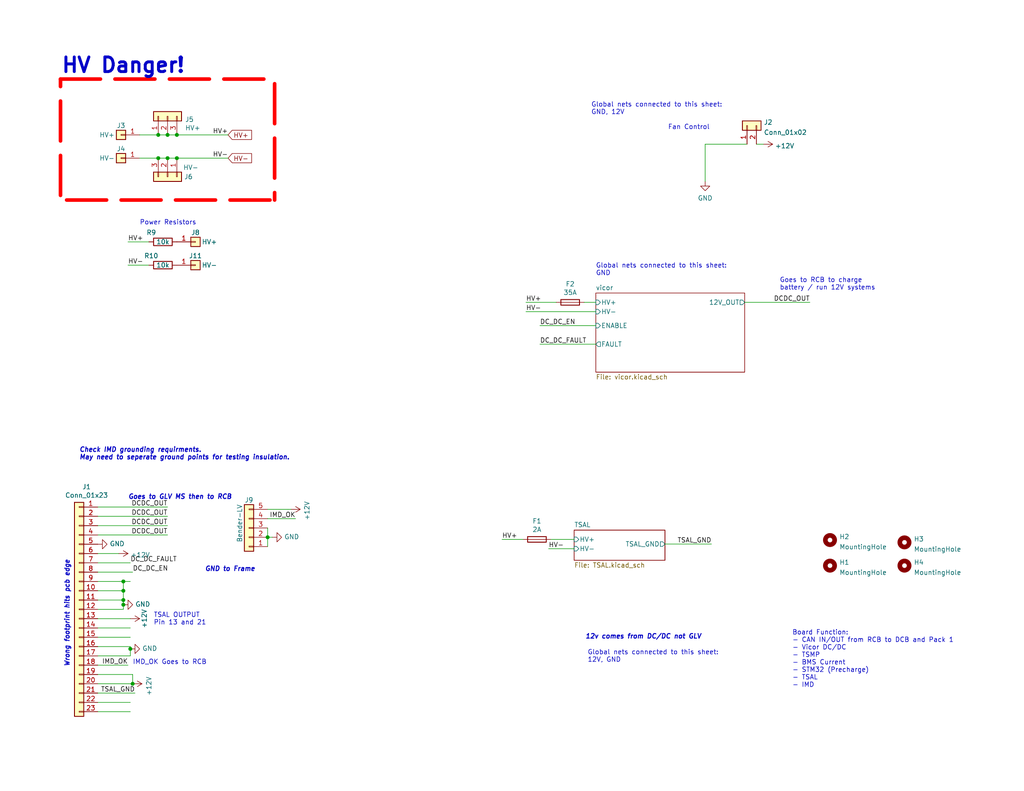
<source format=kicad_sch>
(kicad_sch (version 20211123) (generator eeschema)
  (paper "A")
  (lib_symbols
    (symbol "Connector_Generic:Conn_01x01" (pin_names (offset 1.016) hide)
      (property "Reference" "J" (at 0 2.54 0))
      (property "Value" "Conn_01x01" (at 0 -2.54 0))
      (symbol "Conn_01x01_1_1"
        (rectangle (start -1.27 0.127) (end 0 -0.127) (stroke (width 0.1524)))
        (rectangle (start -1.27 1.27) (end 1.27 -1.27) (stroke (width 0.254)) (fill (type background)))
        (pin passive line (at -5.08 0 0) (length 3.81) (name "Pin_1") (number "1"))
      )
    )
    (symbol "Connector_Generic:Conn_01x02" (pin_names (offset 1.016) hide)
      (property "Reference" "J" (at 0 2.54 0))
      (property "Value" "Conn_01x02" (at 0 -5.08 0))
      (symbol "Conn_01x02_1_1"
        (rectangle (start -1.27 -2.413) (end 0 -2.667) (stroke (width 0.1524)))
        (rectangle (start -1.27 0.127) (end 0 -0.127) (stroke (width 0.1524)))
        (rectangle (start -1.27 1.27) (end 1.27 -3.81) (stroke (width 0.254)) (fill (type background)))
        (pin passive line (at -5.08 0 0) (length 3.81) (name "Pin_1") (number "1"))
        (pin passive line (at -5.08 -2.54 0) (length 3.81) (name "Pin_2") (number "2"))
      )
    )
    (symbol "Connector_Generic:Conn_01x03" (pin_names (offset 1.016) hide)
      (property "Reference" "J" (at 0 5.08 0))
      (property "Value" "Conn_01x03" (at 0 -5.08 0))
      (symbol "Conn_01x03_1_1"
        (rectangle (start -1.27 -2.413) (end 0 -2.667) (stroke (width 0.1524)))
        (rectangle (start -1.27 0.127) (end 0 -0.127) (stroke (width 0.1524)))
        (rectangle (start -1.27 2.667) (end 0 2.413) (stroke (width 0.1524)))
        (rectangle (start -1.27 3.81) (end 1.27 -3.81) (stroke (width 0.254)) (fill (type background)))
        (pin passive line (at -5.08 2.54 0) (length 3.81) (name "Pin_1") (number "1"))
        (pin passive line (at -5.08 0 0) (length 3.81) (name "Pin_2") (number "2"))
        (pin passive line (at -5.08 -2.54 0) (length 3.81) (name "Pin_3") (number "3"))
      )
    )
    (symbol "Connector_Generic:Conn_01x05" (pin_names (offset 1.016) hide)
      (property "Reference" "J" (at 0 7.62 0))
      (property "Value" "Conn_01x05" (at 0 -7.62 0))
      (symbol "Conn_01x05_1_1"
        (rectangle (start -1.27 -4.953) (end 0 -5.207) (stroke (width 0.1524)))
        (rectangle (start -1.27 -2.413) (end 0 -2.667) (stroke (width 0.1524)))
        (rectangle (start -1.27 0.127) (end 0 -0.127) (stroke (width 0.1524)))
        (rectangle (start -1.27 2.667) (end 0 2.413) (stroke (width 0.1524)))
        (rectangle (start -1.27 5.207) (end 0 4.953) (stroke (width 0.1524)))
        (rectangle (start -1.27 6.35) (end 1.27 -6.35) (stroke (width 0.254)) (fill (type background)))
        (pin passive line (at -5.08 5.08 0) (length 3.81) (name "Pin_1") (number "1"))
        (pin passive line (at -5.08 2.54 0) (length 3.81) (name "Pin_2") (number "2"))
        (pin passive line (at -5.08 0 0) (length 3.81) (name "Pin_3") (number "3"))
        (pin passive line (at -5.08 -2.54 0) (length 3.81) (name "Pin_4") (number "4"))
        (pin passive line (at -5.08 -5.08 0) (length 3.81) (name "Pin_5") (number "5"))
      )
    )
    (symbol "Connector_Generic:Conn_01x23" (pin_names (offset 1.016) hide)
      (property "Reference" "J" (at 0 30.48 0))
      (property "Value" "Conn_01x23" (at 0 -30.48 0))
      (symbol "Conn_01x23_1_1"
        (rectangle (start -1.27 -27.813) (end 0 -28.067) (stroke (width 0.1524)))
        (rectangle (start -1.27 -25.273) (end 0 -25.527) (stroke (width 0.1524)))
        (rectangle (start -1.27 -22.733) (end 0 -22.987) (stroke (width 0.1524)))
        (rectangle (start -1.27 -20.193) (end 0 -20.447) (stroke (width 0.1524)))
        (rectangle (start -1.27 -17.653) (end 0 -17.907) (stroke (width 0.1524)))
        (rectangle (start -1.27 -15.113) (end 0 -15.367) (stroke (width 0.1524)))
        (rectangle (start -1.27 -12.573) (end 0 -12.827) (stroke (width 0.1524)))
        (rectangle (start -1.27 -10.033) (end 0 -10.287) (stroke (width 0.1524)))
        (rectangle (start -1.27 -7.493) (end 0 -7.747) (stroke (width 0.1524)))
        (rectangle (start -1.27 -4.953) (end 0 -5.207) (stroke (width 0.1524)))
        (rectangle (start -1.27 -2.413) (end 0 -2.667) (stroke (width 0.1524)))
        (rectangle (start -1.27 0.127) (end 0 -0.127) (stroke (width 0.1524)))
        (rectangle (start -1.27 2.667) (end 0 2.413) (stroke (width 0.1524)))
        (rectangle (start -1.27 5.207) (end 0 4.953) (stroke (width 0.1524)))
        (rectangle (start -1.27 7.747) (end 0 7.493) (stroke (width 0.1524)))
        (rectangle (start -1.27 10.287) (end 0 10.033) (stroke (width 0.1524)))
        (rectangle (start -1.27 12.827) (end 0 12.573) (stroke (width 0.1524)))
        (rectangle (start -1.27 15.367) (end 0 15.113) (stroke (width 0.1524)))
        (rectangle (start -1.27 17.907) (end 0 17.653) (stroke (width 0.1524)))
        (rectangle (start -1.27 20.447) (end 0 20.193) (stroke (width 0.1524)))
        (rectangle (start -1.27 22.987) (end 0 22.733) (stroke (width 0.1524)))
        (rectangle (start -1.27 25.527) (end 0 25.273) (stroke (width 0.1524)))
        (rectangle (start -1.27 28.067) (end 0 27.813) (stroke (width 0.1524)))
        (rectangle (start -1.27 29.21) (end 1.27 -29.21) (stroke (width 0.254)) (fill (type background)))
        (pin passive line (at -5.08 27.94 0) (length 3.81) (name "Pin_1") (number "1"))
        (pin passive line (at -5.08 5.08 0) (length 3.81) (name "Pin_10") (number "10"))
        (pin passive line (at -5.08 2.54 0) (length 3.81) (name "Pin_11") (number "11"))
        (pin passive line (at -5.08 0 0) (length 3.81) (name "Pin_12") (number "12"))
        (pin passive line (at -5.08 -2.54 0) (length 3.81) (name "Pin_13") (number "13"))
        (pin passive line (at -5.08 -5.08 0) (length 3.81) (name "Pin_14") (number "14"))
        (pin passive line (at -5.08 -7.62 0) (length 3.81) (name "Pin_15") (number "15"))
        (pin passive line (at -5.08 -10.16 0) (length 3.81) (name "Pin_16") (number "16"))
        (pin passive line (at -5.08 -12.7 0) (length 3.81) (name "Pin_17") (number "17"))
        (pin passive line (at -5.08 -15.24 0) (length 3.81) (name "Pin_18") (number "18"))
        (pin passive line (at -5.08 -17.78 0) (length 3.81) (name "Pin_19") (number "19"))
        (pin passive line (at -5.08 25.4 0) (length 3.81) (name "Pin_2") (number "2"))
        (pin passive line (at -5.08 -20.32 0) (length 3.81) (name "Pin_20") (number "20"))
        (pin passive line (at -5.08 -22.86 0) (length 3.81) (name "Pin_21") (number "21"))
        (pin passive line (at -5.08 -25.4 0) (length 3.81) (name "Pin_22") (number "22"))
        (pin passive line (at -5.08 -27.94 0) (length 3.81) (name "Pin_23") (number "23"))
        (pin passive line (at -5.08 22.86 0) (length 3.81) (name "Pin_3") (number "3"))
        (pin passive line (at -5.08 20.32 0) (length 3.81) (name "Pin_4") (number "4"))
        (pin passive line (at -5.08 17.78 0) (length 3.81) (name "Pin_5") (number "5"))
        (pin passive line (at -5.08 15.24 0) (length 3.81) (name "Pin_6") (number "6"))
        (pin passive line (at -5.08 12.7 0) (length 3.81) (name "Pin_7") (number "7"))
        (pin passive line (at -5.08 10.16 0) (length 3.81) (name "Pin_8") (number "8"))
        (pin passive line (at -5.08 7.62 0) (length 3.81) (name "Pin_9") (number "9"))
      )
    )
    (symbol "Device:Fuse" (pin_numbers hide) (pin_names (offset 0))
      (property "Reference" "F" (at 2.032 0 90))
      (property "Value" "Fuse" (at -1.905 0 90))
      (symbol "Fuse_0_1"
        (rectangle (start -0.762 -2.54) (end 0.762 2.54) (stroke (width 0.254)))
        (polyline (pts (xy 0 2.54) (xy 0 -2.54)))
      )
      (symbol "Fuse_1_1"
        (pin passive line (at 0 3.81 270) (length 1.27) (name "~") (number "1"))
        (pin passive line (at 0 -3.81 90) (length 1.27) (name "~") (number "2"))
      )
    )
    (symbol "Device:R" (pin_numbers hide) (pin_names (offset 0))
      (property "Reference" "R" (at 2.032 0 90))
      (property "Value" "R" (at 0 0 90))
      (symbol "R_0_1"
        (rectangle (start -1.016 -2.54) (end 1.016 2.54) (stroke (width 0.254)))
      )
      (symbol "R_1_1"
        (pin passive line (at 0 3.81 270) (length 1.27) (name "~") (number "1"))
        (pin passive line (at 0 -3.81 90) (length 1.27) (name "~") (number "2"))
      )
    )
    (symbol "Mechanical:MountingHole" (pin_names (offset 1.016))
      (property "Reference" "H" (at 0 5.08 0))
      (property "Value" "MountingHole" (at 0 3.175 0))
      (symbol "MountingHole_0_1"
        (circle (center 0 0) (radius 1.27) (stroke (width 1.27)))
      )
    )
    (symbol "power:+12V" (power) (pin_names (offset 0))
      (property "Value" "+12V" (at 0 3.556 0))
      (symbol "+12V_0_1"
        (polyline (pts (xy -0.762 1.27) (xy 0 2.54)))
        (polyline (pts (xy 0 0) (xy 0 2.54)))
        (polyline (pts (xy 0 2.54) (xy 0.762 1.27)))
      )
      (symbol "+12V_1_1"
        (pin power_in line (at 0 0 90) (length 0) hide (name "+12V") (number "1"))
      )
    )
    (symbol "power:GND" (power) (pin_names (offset 0))
      (property "Value" "GND" (at 0 -3.81 0))
      (symbol "GND_0_1"
        (polyline (pts (xy 0 0) (xy 0 -1.27) (xy 1.27 -1.27) (xy 0 -2.54) (xy -1.27 -1.27) (xy 0 -1.27)))
      )
      (symbol "GND_1_1"
        (pin power_in line (at 0 0 270) (length 0) hide (name "GND") (number "1"))
      )
    )
  )
  (junction (at 35.56 177.165))
  (junction (at 33.655 165.1))
  (junction (at 33.655 161.29))
  (junction (at 45.72 43.18))
  (junction (at 45.72 36.83))
  (junction (at 36.195 186.69))
  (junction (at 48.26 43.18))
  (junction (at 43.18 43.18))
  (junction (at 43.18 36.83))
  (junction (at 33.655 163.83))
  (junction (at 48.26 36.83))
  (junction (at 73.025 146.685))
  (junction (at 33.655 158.75))
  (wire (pts (xy 26.67 140.97) (xy 45.72 140.97)))
  (wire (pts (xy 38.1 43.18) (xy 43.18 43.18)))
  (wire (pts (xy 26.67 191.77) (xy 35.56 191.77)))
  (wire (pts (xy 26.67 153.67) (xy 35.56 153.67)))
  (wire (pts (xy 136.9822 147.2692) (xy 142.6972 147.2692)))
  (wire (pts (xy 73.025 146.685) (xy 74.295 146.685)))
  (wire (pts (xy 73.025 141.605) (xy 80.645 141.605)))
  (wire (pts (xy 26.67 173.99) (xy 35.56 173.99)))
  (wire (pts (xy 147.32 88.9) (xy 162.56 88.9)))
  (wire (pts (xy 26.67 138.43) (xy 45.72 138.43)))
  (wire (pts (xy 162.56 82.55) (xy 159.385 82.55)))
  (wire (pts (xy 26.67 158.75) (xy 33.655 158.75)))
  (wire (pts (xy 33.655 163.83) (xy 33.655 165.1)))
  (polyline (pts (xy 73.66 54.61) (xy 16.51 54.61)) (stroke (width 0.9906) (color 255 0 0 1)))
  (wire (pts (xy 26.67 179.07) (xy 35.56 179.07)))
  (wire (pts (xy 203.2 82.55) (xy 220.98 82.55)))
  (wire (pts (xy 26.67 181.61) (xy 34.925 181.61)))
  (wire (pts (xy 36.195 186.69) (xy 26.67 186.69)))
  (wire (pts (xy 33.655 166.37) (xy 26.67 166.37)))
  (wire (pts (xy 26.67 146.05) (xy 45.72 146.05)))
  (wire (pts (xy 194.1322 148.5392) (xy 181.4322 148.5392)))
  (wire (pts (xy 73.025 146.685) (xy 73.025 149.225)))
  (wire (pts (xy 26.67 171.45) (xy 35.56 171.45)))
  (wire (pts (xy 192.405 49.53) (xy 192.405 39.37)))
  (wire (pts (xy 35.56 176.53) (xy 35.56 177.165)))
  (wire (pts (xy 26.67 163.83) (xy 33.655 163.83)))
  (wire (pts (xy 26.67 156.21) (xy 36.195 156.21)))
  (polyline (pts (xy 16.51 21.59) (xy 73.66 21.59)) (stroke (width 0.9906) (color 253 0 0 1)))
  (polyline (pts (xy 74.93 22.86) (xy 74.93 54.61)) (stroke (width 0.9906) (color 255 0 0 1)))
  (wire (pts (xy 26.67 189.23) (xy 36.83 189.23)))
  (wire (pts (xy 73.025 139.065) (xy 79.375 139.065)))
  (wire (pts (xy 206.375 39.37) (xy 208.28 39.37)))
  (wire (pts (xy 48.26 43.18) (xy 62.23 43.18)))
  (wire (pts (xy 73.025 144.145) (xy 73.025 146.685)))
  (polyline (pts (xy 16.51 53.34) (xy 16.51 21.59)) (stroke (width 0.9906) (color 255 0 0 1)))
  (wire (pts (xy 43.18 43.18) (xy 45.72 43.18)))
  (wire (pts (xy 192.405 39.37) (xy 203.835 39.37)))
  (wire (pts (xy 43.18 36.83) (xy 45.72 36.83)))
  (wire (pts (xy 149.6822 149.8092) (xy 156.6672 149.8092)))
  (wire (pts (xy 147.32 93.98) (xy 162.56 93.98)))
  (wire (pts (xy 45.72 43.18) (xy 48.26 43.18)))
  (wire (pts (xy 35.56 177.165) (xy 35.56 179.07)))
  (wire (pts (xy 143.51 85.09) (xy 162.56 85.09)))
  (wire (pts (xy 26.67 168.91) (xy 35.56 168.91)))
  (wire (pts (xy 33.655 158.75) (xy 33.655 161.29)))
  (wire (pts (xy 34.925 66.04) (xy 40.64 66.04)))
  (wire (pts (xy 26.67 151.13) (xy 32.385 151.13)))
  (wire (pts (xy 150.3172 147.2692) (xy 156.6672 147.2692)))
  (wire (pts (xy 33.655 165.1) (xy 33.655 166.37)))
  (wire (pts (xy 33.655 161.29) (xy 33.655 163.83)))
  (wire (pts (xy 36.195 184.15) (xy 36.195 186.69)))
  (wire (pts (xy 26.67 184.15) (xy 36.195 184.15)))
  (wire (pts (xy 48.26 36.83) (xy 62.23 36.83)))
  (wire (pts (xy 26.67 194.31) (xy 35.56 194.31)))
  (wire (pts (xy 26.67 176.53) (xy 35.56 176.53)))
  (wire (pts (xy 143.51 82.55) (xy 151.765 82.55)))
  (wire (pts (xy 26.67 161.29) (xy 33.655 161.29)))
  (wire (pts (xy 45.72 36.83) (xy 48.26 36.83)))
  (wire (pts (xy 33.655 158.75) (xy 35.56 158.75)))
  (wire (pts (xy 38.1 36.83) (xy 43.18 36.83)))
  (wire (pts (xy 26.67 143.51) (xy 45.72 143.51)))
  (wire (pts (xy 34.925 72.39) (xy 40.64 72.39)))
  (text "Global nets connected to this sheet: \nGND, 12V\n\n\n" (at 161.29 35.56 0) (effects (font (size 1.27 1.27)) (justify left bottom)))
  (text "Global nets connected to this sheet: \n12V, GND" (at 160.2994 181.0004 0) (effects (font (size 1.27 1.27)) (justify left bottom)))
  (text "IMD_OK Goes to RCB" (at 36.195 181.61 0) (effects (font (size 1.27 1.27)) (justify left bottom)))
  (text "Goes to RCB to charge \nbattery / run 12V systems\n" (at 212.725 79.375 0) (effects (font (size 1.27 1.27)) (justify left bottom)))
  (text "TSAL OUTPUT\nPin 13 and 21" (at 41.91 170.815 0) (effects (font (size 1.27 1.27)) (justify left bottom)))
  (text "Board Function: \n- CAN IN/OUT from RCB to DCB and Pack 1\n- Vicor DC/DC \n- TSMP\n- BMS Current\n- STM32 (Precharge)\n- TSAL\n- IMD" (at 216.154 187.8584 0) (effects (font (size 1.27 1.27)) (justify left bottom)))
  (text "Power Resistors" (at 38.1 61.595 0) (effects (font (size 1.27 1.27)) (justify left bottom)))
  (text "12v comes from DC/DC not GLV" (at 159.6644 174.6504 0) (effects (font (size 1.27 1.27) bold italic) (justify left bottom)))
  (text "Goes to GLV MS then to RCB" (at 34.925 136.525 0) (effects (font (size 1.27 1.27) (thickness 0.254) bold italic) (justify left bottom)))
  (text "Fan Control" (at 182.245 35.56 0) (effects (font (size 1.27 1.27)) (justify left bottom)))
  (text "GND to Frame\n" (at 55.88 156.21 0) (effects (font (size 1.27 1.27) bold italic) (justify left bottom)))
  (text "Global nets connected to this sheet: \nGND\n\n" (at 162.56 77.47 0) (effects (font (size 1.27 1.27)) (justify left bottom)))
  (text "HV Danger!" (at 16.51 20.32 0) (effects (font (size 3.9878 3.9878) (thickness 0.7976) bold) (justify left bottom)))
  (text "Check IMD grounding requirments. \nMay need to seperate ground points for testing insulation." (at 21.59 125.73 0) (effects (font (size 1.27 1.27) bold italic) (justify left bottom)))
  (text "Wrong footprint hits pcb edge" (at 19.05 182.245 90) (effects (font (size 1.27 1.27) (thickness 0.254) bold italic) (justify left bottom)))
  (label "HV-" (at 149.6822 149.8092 0))
  (label "IMD_OK" (at 80.645 141.605 180))
  (label "DC_DC_FAULT" (at 35.56 153.67 0))
  (label "TSAL_GND" (at 194.1322 148.5392 180))
  (label "IMD_OK" (at 34.925 181.61 180))
  (label "HV-" (at 143.51 85.09 0))
  (label "DC_DC_FAULT" (at 147.32 93.98 0))
  (label "DCDC_OUT" (at 45.72 146.05 180))
  (label "HV+" (at 136.9822 147.2692 0))
  (label "DCDC_OUT" (at 45.72 143.51 180))
  (label "DC_DC_EN" (at 36.195 156.21 0))
  (label "DC_DC_EN" (at 147.32 88.9 0))
  (label "HV-" (at 34.925 72.39 0))
  (label "HV+" (at 143.51 82.55 0))
  (label "HV+" (at 62.23 36.83 180))
  (label "HV-" (at 62.23 43.18 180))
  (label "TSAL_GND" (at 36.83 189.23 180))
  (label "DCDC_OUT" (at 45.72 140.97 180))
  (label "HV+" (at 34.925 66.04 0))
  (label "DCDC_OUT" (at 45.72 138.43 180))
  (label "DCDC_OUT" (at 220.98 82.55 180))
  (global_label "HV+" (shape input) (at 62.23 36.83 0) (property "Intersheet References" "${INTERSHEET_REFS}" (effects hide)))
  (global_label "HV-" (shape input) (at 62.23 43.18 0) (property "Intersheet References" "${INTERSHEET_REFS}" (effects hide)))
  (symbol (lib_id "Connector_Generic:Conn_01x01") (at 33.02 36.83 180) (unit 1)
    (property "Reference" "J3" (at 33.02 34.29 0))
    (property "Value" "HV+" (at 29.21 36.83 0))
    (property "Footprint" "Connector_Hirose:Hirose_DF63M-1P-3.96DSA_1x01_P3.96mm_Vertical" (effects hide))
  )
  (symbol (lib_id "Connector_Generic:Conn_01x23") (at 21.59 166.37 0) (mirror y) (unit 1)
    (property "Reference" "J1" (at 23.622 132.9182 0))
    (property "Value" "Conn_01x23" (at 23.622 135.2296 0))
    (property "Footprint" "AERO_Footprints:TE_1-770669-1_23pin_Horizontal" (effects hide))
  )
  (symbol (lib_id "power:GND") (at 33.655 165.1 90) (unit 1)
    (property "Reference" "#PWR02" (effects hide))
    (property "Value" "GND" (at 36.9062 164.973 90) (effects (justify right)))
  )
  (symbol (lib_id "power:+12V") (at 32.385 151.13 270) (unit 1)
    (property "Reference" "#PWR01" (effects hide))
    (property "Value" "+12V" (at 35.6362 151.511 90) (effects (justify left)))
  )
  (symbol (lib_id "Connector_Generic:Conn_01x05") (at 67.945 144.145 180) (unit 1)
    (property "Reference" "J9" (at 67.945 136.525 0))
    (property "Value" "Bender-LV" (at 65.405 142.875 90))
    (property "Footprint" "Connector_JST:JST_XH_B5B-XH-A_1x05_P2.50mm_Vertical" (effects hide))
  )
  (symbol (lib_id "power:GND") (at 74.295 146.685 90) (unit 1)
    (property "Reference" "#PWR011" (effects hide))
    (property "Value" "GND" (at 77.5462 146.558 90) (effects (justify right)))
  )
  (symbol (lib_id "power:+12V") (at 79.375 139.065 270) (unit 1)
    (property "Reference" "#PWR010" (effects hide))
    (property "Value" "+12V" (at 83.7692 139.446 0))
  )
  (symbol (lib_id "Device:Fuse") (at 155.575 82.55 270) (unit 1)
    (property "Reference" "F2" (at 155.575 77.5462 90))
    (property "Value" "35A" (at 155.575 79.8576 90))
    (property "Footprint" "Fuse:Fuseholder_Cylinder-5x20mm_Schurter_0031_8201_Horizontal_Open" (effects hide))
  )
  (symbol (lib_id "Connector_Generic:Conn_01x03") (at 45.72 31.75 90) (unit 1)
    (property "Reference" "J5" (at 50.4952 32.6136 90) (effects (justify right)))
    (property "Value" "HV+" (at 50.4952 34.925 90) (effects (justify right)))
    (property "Footprint" "AERO_Footprints:TE_MATE-N-LOK_1-770870-x_1x03_P4.14mm_Vertical" (effects hide))
  )
  (symbol (lib_id "Connector_Generic:Conn_01x03") (at 45.72 48.26 270) (unit 1)
    (property "Reference" "J6" (at 51.435 48.26 90))
    (property "Value" "HV-" (at 52.07 45.72 90))
    (property "Footprint" "AERO_Footprints:TE_MATE-N-LOK_1-770870-x_1x03_P4.14mm_Vertical" (effects hide))
  )
  (symbol (lib_id "power:+12V") (at 35.56 168.91 270) (mirror x) (unit 1)
    (property "Reference" "#PWR09" (effects hide))
    (property "Value" "+12V" (at 39.37 168.91 0))
  )
  (symbol (lib_id "Device:Fuse") (at 146.5072 147.2692 270) (unit 1)
    (property "Reference" "F1" (at 146.5072 142.2654 90))
    (property "Value" "2A" (at 146.5072 144.5768 90))
    (property "Footprint" "Fuse:Fuseholder_Cylinder-5x20mm_Schurter_0031_8201_Horizontal_Open" (effects hide))
  )
  (symbol (lib_id "Connector_Generic:Conn_01x01") (at 33.02 43.18 180) (unit 1)
    (property "Reference" "J4" (at 33.02 40.64 0))
    (property "Value" "HV-" (at 29.21 43.18 0))
    (property "Footprint" "Connector_Hirose:Hirose_DF63M-1P-3.96DSA_1x01_P3.96mm_Vertical" (effects hide))
  )
  (symbol (lib_id "Connector_Generic:Conn_01x01") (at 53.34 66.04 0) (mirror x) (unit 1)
    (property "Reference" "J8" (at 53.34 63.5 0))
    (property "Value" "HV+" (at 57.15 66.04 0))
    (property "Footprint" "Connector_Hirose:Hirose_DF63M-1P-3.96DSA_1x01_P3.96mm_Vertical" (effects hide))
  )
  (symbol (lib_id "Mechanical:MountingHole") (at 246.7864 154.432 0) (unit 1)
    (property "Reference" "H4" (at 249.3264 153.5235 0) (effects (justify left)))
    (property "Value" "MountingHole" (at 249.3264 156.2986 0) (effects (justify left)))
    (property "Footprint" "MountingHole:MountingHole_3.2mm_M3" (effects hide))
  )
  (symbol (lib_id "Mechanical:MountingHole") (at 226.4664 147.447 0) (unit 1)
    (property "Reference" "H2" (at 229.0064 146.5385 0) (effects (justify left)))
    (property "Value" "MountingHole" (at 229.0064 149.3136 0) (effects (justify left)))
    (property "Footprint" "MountingHole:MountingHole_3.2mm_M3" (effects hide))
  )
  (symbol (lib_id "power:GND") (at 35.56 177.165 90) (unit 1)
    (property "Reference" "#PWR0103" (effects hide))
    (property "Value" "GND" (at 38.8112 177.038 90) (effects (justify right)))
  )
  (symbol (lib_id "power:+12V") (at 208.28 39.37 270) (unit 1)
    (property "Reference" "#PWR0101" (effects hide))
    (property "Value" "+12V" (at 211.455 39.849 90) (effects (justify left)))
  )
  (symbol (lib_id "Device:R") (at 44.45 66.04 90) (unit 1)
    (property "Reference" "R9" (at 41.275 63.5 90))
    (property "Value" "10k" (at 44.45 66.04 90))
    (property "Footprint" "Resistor_THT:R_Axial_Power_L50.0mm_W9.0mm_P60.96mm" (effects hide))
  )
  (symbol (lib_id "power:GND") (at 192.405 49.53 0) (mirror y) (unit 1)
    (property "Reference" "#PWR0102" (effects hide))
    (property "Value" "GND" (at 192.405 54.0925 0))
  )
  (symbol (lib_id "power:GND") (at 26.67 148.59 90) (unit 1)
    (property "Reference" "#PWR0111" (effects hide))
    (property "Value" "GND" (at 29.9212 148.463 90) (effects (justify right)))
  )
  (symbol (lib_id "Connector_Generic:Conn_01x02") (at 203.835 34.29 90) (unit 1)
    (property "Reference" "J2" (at 208.407 33.3815 90) (effects (justify right)))
    (property "Value" "Conn_01x02" (at 208.407 36.1566 90) (effects (justify right)))
    (property "Footprint" "Connector_JST:JST_XH_B2B-XH-A_1x02_P2.50mm_Vertical" (effects hide))
  )
  (symbol (lib_id "Mechanical:MountingHole") (at 246.7864 148.082 0) (unit 1)
    (property "Reference" "H3" (at 249.3264 147.1735 0) (effects (justify left)))
    (property "Value" "MountingHole" (at 249.3264 149.9486 0) (effects (justify left)))
    (property "Footprint" "MountingHole:MountingHole_3.2mm_M3" (effects hide))
  )
  (symbol (lib_id "Device:R") (at 44.45 72.39 90) (unit 1)
    (property "Reference" "R10" (at 41.275 69.85 90))
    (property "Value" "10k" (at 44.45 72.39 90))
    (property "Footprint" "Resistor_THT:R_Axial_Power_L50.0mm_W9.0mm_P60.96mm" (effects hide))
  )
  (symbol (lib_id "Connector_Generic:Conn_01x01") (at 53.34 72.39 0) (mirror x) (unit 1)
    (property "Reference" "J11" (at 53.34 69.85 0))
    (property "Value" "HV-" (at 57.15 72.39 0))
    (property "Footprint" "Connector_Hirose:Hirose_DF63M-1P-3.96DSA_1x01_P3.96mm_Vertical" (effects hide))
  )
  (symbol (lib_id "Mechanical:MountingHole") (at 226.4664 154.432 0) (unit 1)
    (property "Reference" "H1" (at 229.0064 153.5235 0) (effects (justify left)))
    (property "Value" "MountingHole" (at 229.0064 156.2986 0) (effects (justify left)))
    (property "Footprint" "MountingHole:MountingHole_3.2mm_M3" (effects hide))
  )
  (symbol (lib_id "power:+12V") (at 36.195 186.69 270) (mirror x) (unit 1)
    (property "Reference" "#PWR0107" (effects hide))
    (property "Value" "+12V" (at 40.64 187.325 0))
  )
  (sheet (at 162.56 80.01) (size 40.64 21.59)
    (property "Sheet name" "vicor" (at 162.56 79.2984 0) (effects (justify left bottom)))
    (property "Sheet file" "vicor.kicad_sch" (at 162.56 102.1846 0) (effects (justify left top)))
    (pin "ENABLE" input (at 162.56 88.9 180))
    (pin "FAULT" output (at 162.56 93.98 180))
    (pin "HV+" input (at 162.56 82.55 180))
    (pin "HV-" input (at 162.56 85.09 180))
    (pin "12V_OUT" output (at 203.2 82.55 0))
  )
  (sheet (at 156.6672 144.7292) (size 24.765 8.255)
    (property "Sheet name" "TSAL" (at 156.6672 144.0176 0) (effects (justify left bottom)))
    (property "Sheet file" "TSAL.kicad_sch" (at 156.6672 153.5688 0) (effects (justify left top)))
    (pin "TSAL_GND" output (at 181.4322 148.5392 0))
    (pin "HV+" input (at 156.6672 147.2692 180))
    (pin "HV-" input (at 156.6672 149.8092 180))
  )
)
</source>
